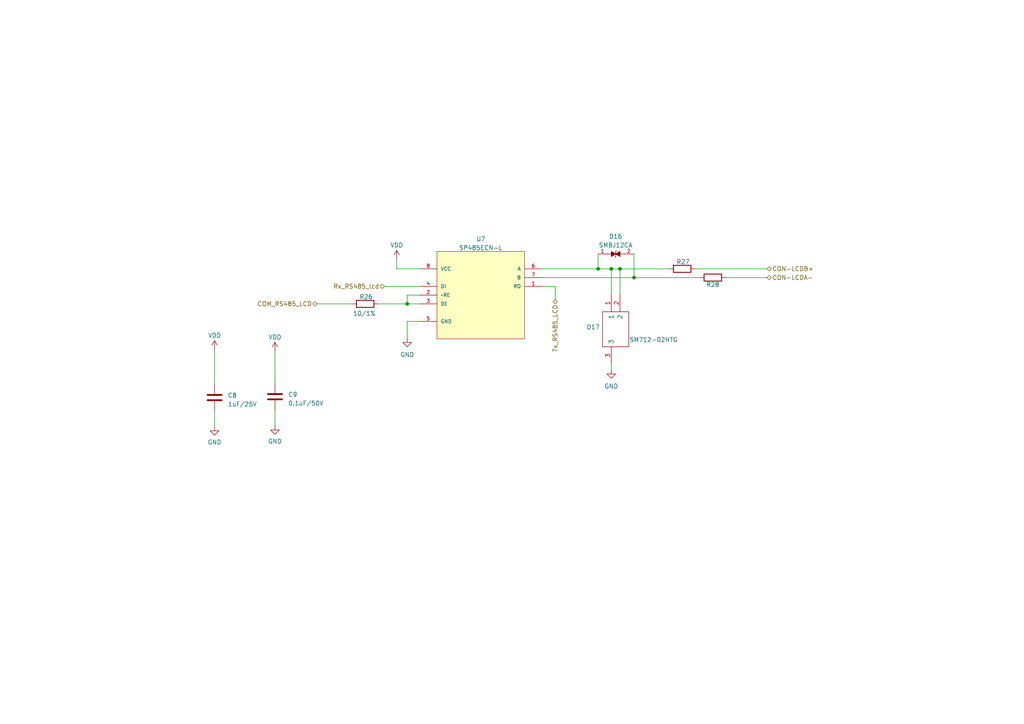
<source format=kicad_sch>
(kicad_sch (version 20230121) (generator eeschema)
  (paper "A4")
  (lib_symbols
    (symbol "Device:C" (pin_numbers hide) (pin_names (offset 0.254))
      (property "Reference" "C" (at 0.635 2.54 0))
      (property "Value" "C" (at 0.635 -2.54 0))
      (symbol "C_0_1"
        (polyline (pts (xy -2.032 -0.762) (xy 2.032 -0.762)) (stroke (width 0.508)))
        (polyline (pts (xy -2.032 0.762) (xy 2.032 0.762)) (stroke (width 0.508)))
      )
      (symbol "C_1_1"
        (pin passive line (at 0 3.81 270) (length 2.794) (name "~") (number "1"))
        (pin passive line (at 0 -3.81 90) (length 2.794) (name "~") (number "2"))
      )
    )
    (symbol "Device:R" (pin_numbers hide) (pin_names (offset 0))
      (property "Reference" "R" (at 2.032 0 90))
      (property "Value" "R" (at 0 0 90))
      (symbol "R_0_1"
        (rectangle (start -1.016 -2.54) (end 1.016 2.54) (stroke (width 0.254)))
      )
      (symbol "R_1_1"
        (pin passive line (at 0 3.81 270) (length 1.27) (name "~") (number "1"))
        (pin passive line (at 0 -3.81 90) (length 1.27) (name "~") (number "2"))
      )
    )
    (symbol "SM712-02HTG:SM712-02HTG" (pin_names (offset 0.762))
      (property "Reference" "D" (at 16.51 7.62 0))
      (property "Value" "SM712-02HTG" (at 16.51 5.08 0))
      (symbol "SM712-02HTG_0_0"
        (pin passive line (at 0 0 0) (length 5.08) (name "1") (number "1"))
        (pin passive line (at 0 -2.54 0) (length 5.08) (name "2") (number "2"))
        (pin passive line (at 20.32 0 180) (length 5.08) (name "3") (number "3"))
      )
      (symbol "SM712-02HTG_0_1"
        (polyline (pts (xy 5.08 2.54) (xy 15.24 2.54) (xy 15.24 -5.08) (xy 5.08 -5.08) (xy 5.08 2.54)) (stroke (width 0.1524)))
      )
    )
    (symbol "SMBJ12CA:SMBJ12CA" (pin_names (offset 1.016))
      (property "Reference" "D" (at -5.08 2.54 0))
      (property "Value" "SMBJ12CA" (at -5.08 -5.08 0))
      (symbol "SMBJ12CA_0_0"
        (polyline (pts (xy -1.27 0) (xy -2.54 0)) (stroke (width 0.1524)))
        (polyline (pts (xy 0 -0.762) (xy -0.254 -1.016)) (stroke (width 0.1524)))
        (polyline (pts (xy 0 -0.762) (xy 0 0.762)) (stroke (width 0.1524)))
        (polyline (pts (xy 0 0.762) (xy 0.254 1.016)) (stroke (width 0.1524)))
        (polyline (pts (xy 1.27 0) (xy 2.54 0)) (stroke (width 0.1524)))
        (polyline (pts (xy 0 0) (xy -1.27 -0.762) (xy -1.27 0.762) (xy 0 0)) (stroke (width 0.1524)) (fill (type outline)))
        (polyline (pts (xy 0 0) (xy 1.27 0.762) (xy 1.27 -0.762) (xy 0 0)) (stroke (width 0.1524)) (fill (type outline)))
        (pin passive line (at -5.08 0 0) (length 2.54) (name "~") (number "1"))
        (pin passive line (at 5.08 0 180) (length 2.54) (name "~") (number "2"))
      )
    )
    (symbol "SP485ECN-L:SP485ECN-L" (pin_names (offset 1.016))
      (property "Reference" "U" (at 12.3334 6.9821 0))
      (property "Value" "SP485ECN-L" (at 13.1756 -23.3243 0))
      (symbol "SP485ECN-L_0_0"
        (rectangle (start 5.08 -20.32) (end 30.48 5.08) (stroke (width 0.127)) (fill (type background)))
        (pin output line (at 35.56 -5.08 180) (length 5.08) (name "RO") (number "1"))
        (pin input line (at 0 -7.62 0) (length 5.08) (name "~RE") (number "2"))
        (pin input line (at 0 -10.16 0) (length 5.08) (name "DE") (number "3"))
        (pin input line (at 0 -5.08 0) (length 5.08) (name "DI") (number "4"))
        (pin passive line (at 0 -15.24 0) (length 5.08) (name "GND") (number "5"))
        (pin output line (at 35.56 0 180) (length 5.08) (name "A") (number "6"))
        (pin output line (at 35.56 -2.54 180) (length 5.08) (name "B") (number "7"))
        (pin power_in line (at 0 0 0) (length 5.08) (name "VCC") (number "8"))
      )
    )
    (symbol "power:GND" (power) (pin_names (offset 0))
      (property "Value" "GND" (at 0 -3.81 0))
      (symbol "GND_0_1"
        (polyline (pts (xy 0 0) (xy 0 -1.27) (xy 1.27 -1.27) (xy 0 -2.54) (xy -1.27 -1.27) (xy 0 -1.27)))
      )
      (symbol "GND_1_1"
        (pin power_in line (at 0 0 270) (length 0) hide (name "GND") (number "1"))
      )
    )
    (symbol "power:VDD" (power) (pin_names (offset 0))
      (property "Value" "VDD" (at 0 3.81 0))
      (symbol "VDD_0_1"
        (polyline (pts (xy -0.762 1.27) (xy 0 2.54)))
        (polyline (pts (xy 0 0) (xy 0 2.54)))
        (polyline (pts (xy 0 2.54) (xy 0.762 1.27)))
      )
      (symbol "VDD_1_1"
        (pin power_in line (at 0 0 90) (length 0) hide (name "VDD") (number "1"))
      )
    )
  )
  (junction (at 183.896 80.518))
  (junction (at 173.482 77.978))
  (junction (at 179.832 77.978))
  (junction (at 118.11 88.138))
  (junction (at 177.292 77.978))
  (wire (pts (xy 177.292 77.978) (xy 177.292 85.344)))
  (wire (pts (xy 179.832 77.978) (xy 194.056 77.978)))
  (wire (pts (xy 183.896 73.66) (xy 183.896 80.518)))
  (wire (pts (xy 62.23 101.346) (xy 62.23 111.506)))
  (wire (pts (xy 79.756 118.872) (xy 79.756 123.444)))
  (wire (pts (xy 201.676 77.978) (xy 222.504 77.978)))
  (wire (pts (xy 179.832 77.978) (xy 179.832 85.344)))
  (wire (pts (xy 121.666 85.598) (xy 118.11 85.598)))
  (wire (pts (xy 173.482 77.978) (xy 177.292 77.978)))
  (wire (pts (xy 62.23 119.126) (xy 62.23 123.698)))
  (wire (pts (xy 161.036 86.868) (xy 161.036 83.058)))
  (wire (pts (xy 173.482 73.66) (xy 173.482 77.978)))
  (wire (pts (xy 109.728 88.138) (xy 118.11 88.138)))
  (wire (pts (xy 177.292 77.978) (xy 179.832 77.978)))
  (wire (pts (xy 222.504 80.518) (xy 210.566 80.518)))
  (wire (pts (xy 183.642 73.66) (xy 183.896 73.66)))
  (wire (pts (xy 115.062 75.184) (xy 115.062 77.978)))
  (wire (pts (xy 161.036 83.058) (xy 157.226 83.058)))
  (wire (pts (xy 115.062 77.978) (xy 121.666 77.978)))
  (wire (pts (xy 177.292 105.664) (xy 177.292 107.188)))
  (wire (pts (xy 121.666 93.218) (xy 118.11 93.218)))
  (wire (pts (xy 79.756 101.854) (xy 79.756 111.252)))
  (wire (pts (xy 118.11 88.138) (xy 121.666 88.138)))
  (wire (pts (xy 118.11 93.218) (xy 118.11 98.044)))
  (wire (pts (xy 183.896 80.518) (xy 202.946 80.518)))
  (wire (pts (xy 118.11 85.598) (xy 118.11 88.138)))
  (wire (pts (xy 121.666 83.058) (xy 111.506 83.058)))
  (wire (pts (xy 157.226 80.518) (xy 183.896 80.518)))
  (wire (pts (xy 157.226 77.978) (xy 173.482 77.978)))
  (wire (pts (xy 91.948 88.138) (xy 102.108 88.138)))
  (hierarchical_label "Rx_RS485_lcd" (shape bidirectional) (at 111.506 83.058 180))
  (hierarchical_label "Tx_RS485_LCD" (shape bidirectional) (at 161.036 86.868 270))
  (hierarchical_label "CON-LCDB+" (shape bidirectional) (at 222.504 77.978 0))
  (hierarchical_label "COM_RS485_LCD" (shape bidirectional) (at 91.948 88.138 180))
  (hierarchical_label "CON-LCDA-" (shape bidirectional) (at 222.504 80.518 0))
  (symbol (lib_id "power:VDD") (at 62.23 101.346 0) (unit 1)
    (property "Reference" "#PWR053" (effects hide))
    (property "Value" "VDD" (at 62.23 97.282 0))
  )
  (symbol (lib_id "Device:R") (at 206.756 80.518 90) (unit 1)
    (property "Reference" "R28" (at 206.756 82.55 90))
    (property "Value" "10/1%" (effects hide))
    (property "Footprint" "Resistor_SMD:R_0805_2012Metric" (effects hide))
  )
  (symbol (lib_id "power:GND") (at 62.23 123.698 0) (unit 1)
    (property "Reference" "#PWR056" (effects hide))
    (property "Value" "GND" (at 62.23 128.27 0))
  )
  (symbol (lib_id "power:GND") (at 118.11 98.044 0) (unit 1)
    (property "Reference" "#PWR052" (effects hide))
    (property "Value" "GND" (at 118.11 102.87 0))
  )
  (symbol (lib_id "power:VDD") (at 115.062 75.184 0) (unit 1)
    (property "Reference" "#PWR037" (effects hide))
    (property "Value" "VDD" (at 115.062 71.12 0))
  )
  (symbol (lib_id "power:VDD") (at 79.756 101.854 0) (unit 1)
    (property "Reference" "#PWR063" (effects hide))
    (property "Value" "VDD" (at 79.756 97.79 0))
  )
  (symbol (lib_id "Device:C") (at 62.23 115.316 0) (unit 1)
    (property "Reference" "C8" (at 66.04 114.681 0) (effects (justify left)))
    (property "Value" "1uF/25V" (at 66.04 117.221 0) (effects (justify left)))
    (property "Footprint" "Capacitor_SMD:C_0805_2012Metric" (effects hide))
  )
  (symbol (lib_id "SMBJ12CA:SMBJ12CA") (at 178.562 73.66 0) (unit 1)
    (property "Reference" "D16" (at 178.562 68.58 0))
    (property "Value" "SMBJ12CA" (at 178.562 71.12 0))
    (property "Footprint" "SMBJ12CA:DIOM4336X265N" (effects hide))
    (property "PARTREV" "I2102" (effects hide))
    (property "STANDARD" "IPC-7351B" (effects hide))
    (property "MAXIMUM_PACKAGE_HEIGHT" "2.65 mm" (effects hide))
    (property "MANUFACTURER" "Taiwan Semiconductor" (effects hide))
  )
  (symbol (lib_id "power:GND") (at 79.756 123.444 0) (unit 1)
    (property "Reference" "#PWR058" (effects hide))
    (property "Value" "GND" (at 79.756 128.016 0))
  )
  (symbol (lib_id "SP485ECN-L:SP485ECN-L") (at 121.666 77.978 0) (unit 1)
    (property "Reference" "U7" (at 139.446 69.342 0))
    (property "Value" "SP485ECN-L" (at 139.446 71.882 0))
    (property "Footprint" "SOIC127P600X175-8N" (effects hide))
    (property "SUPPLIER" "Sipex Corporation" (effects hide))
    (property "OC_FARNELL" "1831933" (effects hide))
    (property "OC_NEWARK" "24R0570" (effects hide))
    (property "MPN" "SP485ECN-L" (effects hide))
    (property "PACKAGE" "SOIC-8" (effects hide))
  )
  (symbol (lib_id "SM712-02HTG:SM712-02HTG") (at 177.292 85.344 90) (mirror x) (unit 1)
    (property "Reference" "D17" (at 173.99 94.869 90) (effects (justify left)))
    (property "Value" "SM712-02HTG" (at 196.596 98.552 90) (effects (justify left)))
    (property "Footprint" "SM712-02HTG:SM71202HTG" (effects hide))
    (property "Datasheet" "https://www.littelfuse.com/media?resourcetype=datasheets&itemid=a4019802-ff62-41ff-bf66-295f97422f81&filename=littelfuse-tvs-diode-array-sm712-datasheet" (effects hide))
    (property "Description" "31V, 19V Clamp 19A (8/20s) Ipp Tvs Diode Surface Mount SOT-23-3" (effects hide))
    (property "Height" "1.12" (effects hide))
    (property "Mouser Part Number" "576-SM712-02HTG" (effects hide))
    (property "Mouser Price/Stock" "https://www.mouser.co.uk/ProductDetail/Littelfuse/SM712-02HTG?qs=aGgfWYEhH7lQgBVBPCUDkw%3D%3D" (effects hide))
    (property "Manufacturer_Name" "LITTELFUSE" (effects hide))
    (property "Manufacturer_Part_Number" "SM712-02HTG" (effects hide))
  )
  (symbol (lib_id "Device:R") (at 105.918 88.138 90) (unit 1)
    (property "Reference" "R26" (at 106.172 86.106 90))
    (property "Value" "10/1%" (at 105.664 90.932 90))
    (property "Footprint" "Resistor_SMD:R_0805_2012Metric" (effects hide))
  )
  (symbol (lib_id "Device:C") (at 79.756 115.062 0) (unit 1)
    (property "Reference" "C9" (at 83.566 114.427 0) (effects (justify left)))
    (property "Value" "0.1uF/50V" (at 83.566 116.967 0) (effects (justify left)))
    (property "Footprint" "Capacitor_SMD:C_0805_2012Metric" (effects hide))
  )
  (symbol (lib_id "power:GND") (at 177.292 107.188 0) (unit 1)
    (property "Reference" "#PWR054" (effects hide))
    (property "Value" "GND" (at 177.292 112.014 0))
  )
  (symbol (lib_id "Device:R") (at 197.866 77.978 90) (unit 1)
    (property "Reference" "R27" (at 198.12 75.946 90))
    (property "Value" "10/1%" (effects hide))
    (property "Footprint" "Resistor_SMD:R_0805_2012Metric" (effects hide))
  )
)
</source>
